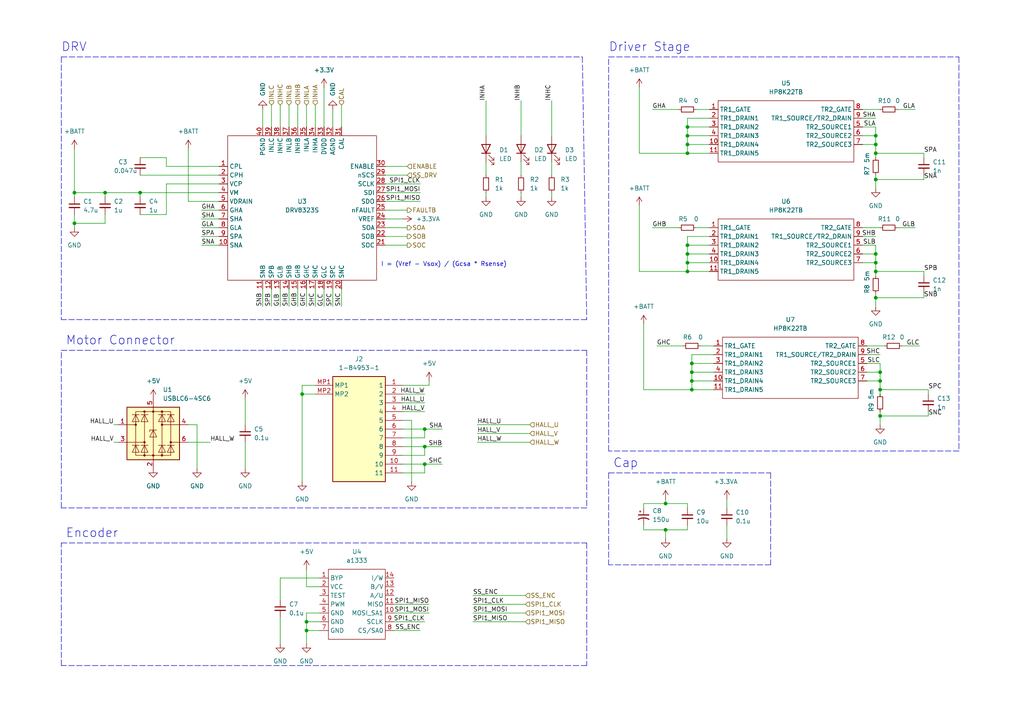
<source format=kicad_sch>
(kicad_sch (version 20211123) (generator eeschema)
  (paper "A4")
  (lib_symbols
    (symbol "+BATT_1" (power) (pin_names (offset 0))
      (property "Value" "+BATT_1" (at 0 3.556 0))
      (symbol "+BATT_1_0_1"
        (polyline (pts (xy -0.762 1.27) (xy 0 2.54)))
        (polyline (pts (xy 0 0) (xy 0 2.54)))
        (polyline (pts (xy 0 2.54) (xy 0.762 1.27)))
      )
      (symbol "+BATT_1_1_1"
        (pin power_in line (at 0 0 90) (length 0) hide (name "+BATT") (number "1"))
      )
    )
    (symbol "Device:C_Polarized_Small_US" (pin_numbers hide) (pin_names (offset 0.254) hide)
      (property "Reference" "C" (at 0.254 1.778 0))
      (property "Value" "C_Polarized_Small_US" (at 0.254 -2.032 0))
      (symbol "C_Polarized_Small_US_0_1"
        (polyline (pts (xy -1.524 0.508) (xy 1.524 0.508)) (stroke (width 0.3048)))
        (polyline (pts (xy -1.27 1.524) (xy -0.762 1.524)))
        (polyline (pts (xy -1.016 1.27) (xy -1.016 1.778)))
        (arc (start 1.524 -0.762) (mid 0 -0.3734) (end -1.524 -0.762) (stroke (width 0.3048)))
      )
      (symbol "C_Polarized_Small_US_1_1"
        (pin passive line (at 0 2.54 270) (length 2.032) (name "~") (number "1"))
        (pin passive line (at 0 -2.54 90) (length 2.032) (name "~") (number "2"))
      )
    )
    (symbol "Device:C_Small" (pin_numbers hide) (pin_names (offset 0.254) hide)
      (property "Reference" "C" (at 0.254 1.778 0))
      (property "Value" "C_Small" (at 0.254 -2.032 0))
      (symbol "C_Small_0_1"
        (polyline (pts (xy -1.524 -0.508) (xy 1.524 -0.508)) (stroke (width 0.3302)))
        (polyline (pts (xy -1.524 0.508) (xy 1.524 0.508)) (stroke (width 0.3048)))
      )
      (symbol "C_Small_1_1"
        (pin passive line (at 0 2.54 270) (length 2.032) (name "~") (number "1"))
        (pin passive line (at 0 -2.54 90) (length 2.032) (name "~") (number "2"))
      )
    )
    (symbol "Device:LED" (pin_numbers hide) (pin_names (offset 1.016) hide)
      (property "Reference" "D" (at 0 2.54 0))
      (property "Value" "LED" (at 0 -2.54 0))
      (symbol "LED_0_1"
        (polyline (pts (xy -1.27 -1.27) (xy -1.27 1.27)) (stroke (width 0.254)))
        (polyline (pts (xy -1.27 0) (xy 1.27 0)))
        (polyline (pts (xy 1.27 -1.27) (xy 1.27 1.27) (xy -1.27 0) (xy 1.27 -1.27)) (stroke (width 0.254)))
        (polyline (pts (xy -3.048 -0.762) (xy -4.572 -2.286) (xy -3.81 -2.286) (xy -4.572 -2.286) (xy -4.572 -1.524)))
        (polyline (pts (xy -1.778 -0.762) (xy -3.302 -2.286) (xy -2.54 -2.286) (xy -3.302 -2.286) (xy -3.302 -1.524)))
      )
      (symbol "LED_1_1"
        (pin passive line (at -3.81 0 0) (length 2.54) (name "K") (number "1"))
        (pin passive line (at 3.81 0 180) (length 2.54) (name "A") (number "2"))
      )
    )
    (symbol "Device:R_Small" (pin_numbers hide) (pin_names (offset 0.254) hide)
      (property "Reference" "R" (at 0.762 0.508 0))
      (property "Value" "R_Small" (at 0.762 -1.016 0))
      (symbol "R_Small_0_1"
        (rectangle (start -0.762 1.778) (end 0.762 -1.778) (stroke (width 0.2032)))
      )
      (symbol "R_Small_1_1"
        (pin passive line (at 0 2.54 270) (length 0.762) (name "~") (number "1"))
        (pin passive line (at 0 -2.54 90) (length 0.762) (name "~") (number "2"))
      )
    )
    (symbol "Power_Protection:USBLC6-4SC6" (pin_names hide)
      (property "Reference" "U" (at 2.54 8.89 0))
      (property "Value" "USBLC6-4SC6" (at 2.54 -8.89 0))
      (symbol "USBLC6-4SC6_0_1"
        (rectangle (start -7.62 -7.62) (end 7.62 7.62) (stroke (width 0.254)) (fill (type background)))
        (circle (center -5.08 2.54) (radius 0.254) (fill (type outline)))
        (circle (center -2.54 -6.35) (radius 0.254) (fill (type outline)))
        (circle (center -2.54 -2.54) (radius 0.254) (fill (type outline)))
        (circle (center -2.54 6.35) (radius 0.254) (fill (type outline)))
        (rectangle (start -2.54 6.35) (end 2.54 -6.35))
        (circle (center 0 -6.35) (radius 0.254) (fill (type outline)))
        (polyline (pts (xy -5.08 2.54) (xy -7.62 2.54)))
        (polyline (pts (xy -4.064 -3.429) (xy -6.096 -3.429)))
        (polyline (pts (xy -4.064 5.461) (xy -6.096 5.461)))
        (polyline (pts (xy -2.54 -2.54) (xy -7.62 -2.54)))
        (polyline (pts (xy -1.524 -3.429) (xy -3.556 -3.429)))
        (polyline (pts (xy -1.524 5.461) (xy -3.556 5.461)))
        (polyline (pts (xy 0 -7.62) (xy 0 -6.35)))
        (polyline (pts (xy 0 -6.35) (xy 0 1.27)))
        (polyline (pts (xy 0 1.27) (xy 0 6.35)))
        (polyline (pts (xy 0 6.35) (xy 0 7.62)))
        (polyline (pts (xy 1.524 -3.429) (xy 3.556 -3.429)))
        (polyline (pts (xy 1.524 5.461) (xy 3.556 5.461)))
        (polyline (pts (xy 2.54 2.54) (xy 7.62 2.54)))
        (polyline (pts (xy 4.064 -3.429) (xy 6.096 -3.429)))
        (polyline (pts (xy 4.064 5.461) (xy 6.096 5.461)))
        (polyline (pts (xy 5.08 -2.54) (xy 7.62 -2.54)))
        (polyline (pts (xy -6.096 -5.461) (xy -4.064 -5.461) (xy -5.08 -3.429) (xy -6.096 -5.461)))
        (polyline (pts (xy -6.096 3.429) (xy -4.064 3.429) (xy -5.08 5.461) (xy -6.096 3.429)))
        (polyline (pts (xy -3.556 -5.461) (xy -1.524 -5.461) (xy -2.54 -3.429) (xy -3.556 -5.461)))
        (polyline (pts (xy -3.556 3.429) (xy -1.524 3.429) (xy -2.54 5.461) (xy -3.556 3.429)))
        (polyline (pts (xy -2.54 6.35) (xy -5.08 6.35) (xy -5.08 -6.35) (xy -2.54 -6.35)))
        (polyline (pts (xy -1.016 -1.016) (xy 1.016 -1.016) (xy 0 1.016) (xy -1.016 -1.016)))
        (polyline (pts (xy 1.016 1.016) (xy 0.762 1.016) (xy -1.016 1.016) (xy -1.016 0.508)))
        (polyline (pts (xy 2.54 6.35) (xy 5.08 6.35) (xy 5.08 -6.35) (xy 2.54 -6.35)))
        (polyline (pts (xy 3.556 -5.461) (xy 1.524 -5.461) (xy 2.54 -3.429) (xy 3.556 -5.461)))
        (polyline (pts (xy 3.556 3.429) (xy 1.524 3.429) (xy 2.54 5.461) (xy 3.556 3.429)))
        (polyline (pts (xy 6.096 -5.461) (xy 4.064 -5.461) (xy 5.08 -3.429) (xy 6.096 -5.461)))
        (polyline (pts (xy 6.096 3.429) (xy 4.064 3.429) (xy 5.08 5.461) (xy 6.096 3.429)))
        (circle (center 0 6.35) (radius 0.254) (fill (type outline)))
        (circle (center 2.54 -6.35) (radius 0.254) (fill (type outline)))
        (circle (center 2.54 2.54) (radius 0.254) (fill (type outline)))
        (circle (center 2.54 6.35) (radius 0.254) (fill (type outline)))
        (circle (center 5.08 -2.54) (radius 0.254) (fill (type outline)))
      )
      (symbol "USBLC6-4SC6_1_1"
        (pin passive line (at -10.16 2.54 0) (length 2.54) (name "I/O1") (number "1"))
        (pin passive line (at 0 -10.16 90) (length 2.54) (name "GND") (number "2"))
        (pin passive line (at -10.16 -2.54 0) (length 2.54) (name "I/O2") (number "3"))
        (pin passive line (at 10.16 2.54 180) (length 2.54) (name "I/O3") (number "4"))
        (pin passive line (at 0 10.16 270) (length 2.54) (name "VBUS") (number "5"))
        (pin passive line (at 10.16 -2.54 180) (length 2.54) (name "I/O4") (number "6"))
      )
    )
    (symbol "bldc_lib:1-84953-1"
      (property "Value" "1-84953-1" (at 0 0 0))
      (symbol "1-84953-1_1_1"
        (rectangle (start -7.62 -2.54) (end 7.62 -33.02) (stroke (width 0.254)) (fill (type background)))
        (pin passive line (at 12.7 -5.08 180) (length 5.08) (name "1") (number "1"))
        (pin passive line (at 12.7 -27.94 180) (length 5.08) (name "10") (number "10"))
        (pin passive line (at 12.7 -30.48 180) (length 5.08) (name "11") (number "11"))
        (pin passive line (at 12.7 -7.62 180) (length 5.08) (name "2") (number "2"))
        (pin passive line (at 12.7 -10.16 180) (length 5.08) (name "3") (number "3"))
        (pin passive line (at 12.7 -12.7 180) (length 5.08) (name "4") (number "4"))
        (pin passive line (at 12.7 -15.24 180) (length 5.08) (name "5") (number "5"))
        (pin passive line (at 12.7 -17.78 180) (length 5.08) (name "6") (number "6"))
        (pin passive line (at 12.7 -20.32 180) (length 5.08) (name "7") (number "7"))
        (pin passive line (at 12.7 -22.86 180) (length 5.08) (name "8") (number "8"))
        (pin passive line (at 12.7 -25.4 180) (length 5.08) (name "9") (number "9"))
        (pin passive line (at -12.7 -5.08 0) (length 5.08) (name "MP1") (number "MP1"))
        (pin passive line (at -12.7 -7.62 0) (length 5.08) (name "MP2") (number "MP2"))
      )
    )
    (symbol "bldc_lib:DRV8323S"
      (property "Reference" "U" (at -2.54 -31.75 0))
      (property "Value" "DRV8323S" (at -2.54 -34.29 0))
      (symbol "DRV8323S_0_1"
        (polyline (pts (xy -22.86 -12.7) (xy 19.05 -12.7) (xy 19.05 -54.61) (xy -24.13 -54.61) (xy -24.13 -12.7) (xy -22.86 -12.7)))
      )
      (symbol "DRV8323S_1_1"
        (pin input line (at -26.67 -21.59 0) (length 2.54) (name "CPL") (number "1"))
        (pin input line (at -26.67 -44.45 0) (length 2.54) (name "SNA") (number "10"))
        (pin input line (at -13.97 -57.15 90) (length 2.54) (name "SNB") (number "11"))
        (pin input line (at -11.43 -57.15 90) (length 2.54) (name "SPB") (number "12"))
        (pin input line (at -8.89 -57.15 90) (length 2.54) (name "GLB") (number "13"))
        (pin input line (at -6.35 -57.15 90) (length 2.54) (name "SHB") (number "14"))
        (pin input line (at -3.81 -57.15 90) (length 2.54) (name "GHB") (number "15"))
        (pin input line (at -1.27 -57.15 90) (length 2.54) (name "GHC") (number "16"))
        (pin input line (at 1.27 -57.15 90) (length 2.54) (name "SHC") (number "17"))
        (pin input line (at 3.81 -57.15 90) (length 2.54) (name "GLC") (number "18"))
        (pin input line (at 6.35 -57.15 90) (length 2.54) (name "SPC") (number "19"))
        (pin input line (at -26.67 -24.13 0) (length 2.54) (name "CPH") (number "2"))
        (pin input line (at 8.89 -57.15 90) (length 2.54) (name "SNC") (number "20"))
        (pin input line (at 21.59 -44.45 180) (length 2.54) (name "SOC") (number "21"))
        (pin input line (at 21.59 -41.91 180) (length 2.54) (name "SOB") (number "22"))
        (pin input line (at 21.59 -39.37 180) (length 2.54) (name "SOA") (number "23"))
        (pin input line (at 21.59 -36.83 180) (length 2.54) (name "VREF") (number "24"))
        (pin input line (at 21.59 -34.29 180) (length 2.54) (name "nFAULT") (number "25"))
        (pin input line (at 21.59 -31.75 180) (length 2.54) (name "SDO") (number "26"))
        (pin input line (at 21.59 -29.21 180) (length 2.54) (name "SDI") (number "27"))
        (pin input line (at 21.59 -26.67 180) (length 2.54) (name "SCLK") (number "28"))
        (pin input line (at 21.59 -24.13 180) (length 2.54) (name "nSCS") (number "29"))
        (pin input line (at -26.67 -26.67 0) (length 2.54) (name "VCP") (number "3"))
        (pin input line (at 21.59 -21.59 180) (length 2.54) (name "ENABLE") (number "30"))
        (pin input line (at 8.89 -10.16 270) (length 2.54) (name "CAL") (number "31"))
        (pin input line (at 6.35 -10.16 270) (length 2.54) (name "AGND") (number "32"))
        (pin input line (at 3.81 -10.16 270) (length 2.54) (name "DVDD") (number "33"))
        (pin input line (at 1.27 -10.16 270) (length 2.54) (name "INHA") (number "34"))
        (pin input line (at -1.27 -10.16 270) (length 2.54) (name "INLA") (number "35"))
        (pin input line (at -3.81 -10.16 270) (length 2.54) (name "INHB") (number "36"))
        (pin input line (at -6.35 -10.16 270) (length 2.54) (name "INLB") (number "37"))
        (pin input line (at -8.89 -10.16 270) (length 2.54) (name "INHC") (number "38"))
        (pin input line (at -11.43 -10.16 270) (length 2.54) (name "INLC") (number "39"))
        (pin input line (at -26.67 -29.21 0) (length 2.54) (name "VM") (number "4"))
        (pin input line (at -13.97 -10.16 270) (length 2.54) (name "PGND") (number "40"))
        (pin input line (at -26.67 -31.75 0) (length 2.54) (name "VDRAIN") (number "5"))
        (pin input line (at -26.67 -34.29 0) (length 2.54) (name "GHA") (number "6"))
        (pin input line (at -26.67 -36.83 0) (length 2.54) (name "SHA") (number "7"))
        (pin input line (at -26.67 -39.37 0) (length 2.54) (name "GLA") (number "8"))
        (pin input line (at -26.67 -41.91 0) (length 2.54) (name "SPA") (number "9"))
      )
    )
    (symbol "bldc_lib:HP8K22TB"
      (property "Reference" "U" (at 0 2.54 0))
      (property "Value" "HP8K22TB" (at 0 0 0))
      (symbol "HP8K22TB_0_1"
        (rectangle (start -19.05 -3.81) (end 20.32 -21.59))
      )
      (symbol "HP8K22TB_1_1"
        (pin input line (at -21.59 -6.35 0) (length 2.54) (name "TR1_GATE") (number "1"))
        (pin input line (at -21.59 -16.51 0) (length 2.54) (name "TR1_DRAIN4") (number "10"))
        (pin input line (at -21.59 -19.05 0) (length 2.54) (name "TR1_DRAIN5") (number "11"))
        (pin input line (at -21.59 -8.89 0) (length 2.54) (name "TR1_DRAIN1") (number "2"))
        (pin input line (at -21.59 -11.43 0) (length 2.54) (name "TR1_DRAIN2") (number "3"))
        (pin input line (at -21.59 -13.97 0) (length 2.54) (name "TR1_DRAIN3") (number "4"))
        (pin input line (at 22.86 -11.43 180) (length 2.54) (name "TR2_SOURCE1") (number "5"))
        (pin input line (at 22.86 -13.97 180) (length 2.54) (name "TR2_SOURCE2") (number "6"))
        (pin input line (at 22.86 -16.51 180) (length 2.54) (name "TR2_SOURCE3") (number "7"))
        (pin input line (at 22.86 -6.35 180) (length 2.54) (name "TR2_GATE") (number "8"))
        (pin input line (at 22.86 -8.89 180) (length 2.54) (name "TR1_SOURCE/TR2_DRAIN") (number "9"))
      )
    )
    (symbol "bldc_lib:a1333"
      (property "Reference" "U" (at 0 2.54 0))
      (property "Value" "a1333" (at 0 0 0))
      (symbol "a1333_0_1"
        (rectangle (start -7.62 -2.54) (end 8.89 -22.86))
      )
      (symbol "a1333_1_1"
        (pin input line (at -10.16 -5.08 0) (length 2.54) (name "BYP") (number "1"))
        (pin input line (at 11.43 -15.24 180) (length 2.54) (name "MOSI_SA1") (number "10"))
        (pin input line (at 11.43 -12.7 180) (length 2.54) (name "MISO") (number "11"))
        (pin input line (at 11.43 -10.16 180) (length 2.54) (name "A/U") (number "12"))
        (pin input line (at 11.43 -7.62 180) (length 2.54) (name "B/V") (number "13"))
        (pin input line (at 11.43 -5.08 180) (length 2.54) (name "I/W") (number "14"))
        (pin input line (at -10.16 -7.62 0) (length 2.54) (name "VCC") (number "2"))
        (pin input line (at -10.16 -10.16 0) (length 2.54) (name "TEST") (number "3"))
        (pin input line (at -10.16 -12.7 0) (length 2.54) (name "PWM") (number "4"))
        (pin input line (at -10.16 -15.24 0) (length 2.54) (name "GND") (number "5"))
        (pin input line (at -10.16 -17.78 0) (length 2.54) (name "GND") (number "6"))
        (pin input line (at -10.16 -20.32 0) (length 2.54) (name "GND") (number "7"))
        (pin input line (at 11.43 -20.32 180) (length 2.54) (name "CS/SA0") (number "8"))
        (pin input line (at 11.43 -17.78 180) (length 2.54) (name "SCLK") (number "9"))
      )
    )
    (symbol "power:+3.3V" (power) (pin_names (offset 0))
      (property "Value" "+3.3V" (at 0 3.556 0))
      (symbol "+3.3V_0_1"
        (polyline (pts (xy -0.762 1.27) (xy 0 2.54)))
        (polyline (pts (xy 0 0) (xy 0 2.54)))
        (polyline (pts (xy 0 2.54) (xy 0.762 1.27)))
      )
      (symbol "+3.3V_1_1"
        (pin power_in line (at 0 0 90) (length 0) hide (name "+3.3V") (number "1"))
      )
    )
    (symbol "power:+3.3VA" (power) (pin_names (offset 0))
      (property "Value" "+3.3VA" (at 0 3.556 0))
      (symbol "+3.3VA_0_1"
        (polyline (pts (xy -0.762 1.27) (xy 0 2.54)))
        (polyline (pts (xy 0 0) (xy 0 2.54)))
        (polyline (pts (xy 0 2.54) (xy 0.762 1.27)))
      )
      (symbol "+3.3VA_1_1"
        (pin power_in line (at 0 0 90) (length 0) hide (name "+3.3VA") (number "1"))
      )
    )
    (symbol "power:+5V" (power) (pin_names (offset 0))
      (property "Value" "+5V" (at 0 3.556 0))
      (symbol "+5V_0_1"
        (polyline (pts (xy -0.762 1.27) (xy 0 2.54)))
        (polyline (pts (xy 0 0) (xy 0 2.54)))
        (polyline (pts (xy 0 2.54) (xy 0.762 1.27)))
      )
      (symbol "+5V_1_1"
        (pin power_in line (at 0 0 90) (length 0) hide (name "+5V") (number "1"))
      )
    )
    (symbol "power:+BATT" (power) (pin_names (offset 0))
      (property "Value" "+BATT" (at 0 3.556 0))
      (symbol "+BATT_0_1"
        (polyline (pts (xy -0.762 1.27) (xy 0 2.54)))
        (polyline (pts (xy 0 0) (xy 0 2.54)))
        (polyline (pts (xy 0 2.54) (xy 0.762 1.27)))
      )
      (symbol "+BATT_1_1"
        (pin power_in line (at 0 0 90) (length 0) hide (name "+BATT") (number "1"))
      )
    )
    (symbol "power:GND" (power) (pin_names (offset 0))
      (property "Value" "GND" (at 0 -3.81 0))
      (symbol "GND_0_1"
        (polyline (pts (xy 0 0) (xy 0 -1.27) (xy 1.27 -1.27) (xy 0 -2.54) (xy -1.27 -1.27) (xy 0 -1.27)))
      )
      (symbol "GND_1_1"
        (pin power_in line (at 0 0 270) (length 0) hide (name "GND") (number "1"))
      )
    )
  )
  (junction (at 254 39.37))
  (junction (at 254 73.66))
  (junction (at 123.19 134.62))
  (junction (at 199.39 39.37))
  (junction (at 254 86.36))
  (junction (at 254 44.45))
  (junction (at 255.27 110.49))
  (junction (at 199.39 36.83))
  (junction (at 87.63 114.3))
  (junction (at 199.39 41.91))
  (junction (at 88.9 182.88))
  (junction (at 199.39 78.74))
  (junction (at 21.59 64.77))
  (junction (at 30.48 55.88))
  (junction (at 254 78.74))
  (junction (at 199.39 76.2))
  (junction (at 123.19 124.46))
  (junction (at 200.66 113.03))
  (junction (at 193.04 146.05))
  (junction (at 254 52.07))
  (junction (at 255.27 113.03))
  (junction (at 199.39 44.45))
  (junction (at 200.66 110.49))
  (junction (at 200.66 107.95))
  (junction (at 200.66 105.41))
  (junction (at 40.64 55.88))
  (junction (at 255.27 120.65))
  (junction (at 254 41.91))
  (junction (at 255.27 107.95))
  (junction (at 88.9 180.34))
  (junction (at 193.04 153.67))
  (junction (at 254 76.2))
  (junction (at 123.19 129.54))
  (junction (at 21.59 55.88))
  (junction (at 199.39 71.12))
  (junction (at 199.39 73.66))
  (wire (pts (xy 87.63 114.3) (xy 87.63 139.7)))
  (wire (pts (xy 119.38 121.92) (xy 119.38 139.7)))
  (wire (pts (xy 87.63 114.3) (xy 91.44 114.3)))
  (wire (pts (xy 254 52.07) (xy 267.97 52.07)))
  (wire (pts (xy 116.84 121.92) (xy 119.38 121.92)))
  (wire (pts (xy 123.19 119.38) (xy 116.84 119.38)))
  (wire (pts (xy 199.39 153.67) (xy 193.04 153.67)))
  (wire (pts (xy 30.48 62.23) (xy 30.48 64.77)))
  (wire (pts (xy 199.39 41.91) (xy 205.74 41.91)))
  (wire (pts (xy 71.12 115.57) (xy 71.12 123.19)))
  (wire (pts (xy 86.36 83.82) (xy 86.36 88.9)))
  (wire (pts (xy 255.27 113.03) (xy 255.27 114.3)))
  (wire (pts (xy 40.64 55.88) (xy 40.64 57.15)))
  (wire (pts (xy 116.84 127) (xy 123.19 127)))
  (wire (pts (xy 201.93 31.75) (xy 205.74 31.75)))
  (wire (pts (xy 111.76 58.42) (xy 121.92 58.42)))
  (wire (pts (xy 71.12 128.27) (xy 71.12 135.89)))
  (polyline (pts (xy 176.53 137.16) (xy 176.53 163.83)))
  (wire (pts (xy 116.84 124.46) (xy 123.19 124.46)))
  (wire (pts (xy 267.97 50.8) (xy 267.97 52.07)))
  (polyline (pts (xy 223.52 163.83) (xy 176.53 163.83)))
  (wire (pts (xy 91.44 83.82) (xy 91.44 88.9)))
  (wire (pts (xy 200.66 105.41) (xy 207.01 105.41)))
  (wire (pts (xy 88.9 170.18) (xy 92.71 170.18)))
  (wire (pts (xy 116.84 132.08) (xy 123.19 132.08)))
  (wire (pts (xy 199.39 76.2) (xy 205.74 76.2)))
  (polyline (pts (xy 176.53 137.16) (xy 223.52 137.16)))
  (wire (pts (xy 199.39 44.45) (xy 205.74 44.45)))
  (polyline (pts (xy 176.53 16.51) (xy 278.13 16.51)))
  (wire (pts (xy 123.19 129.54) (xy 128.27 129.54)))
  (polyline (pts (xy 17.78 147.32) (xy 17.78 101.6)))
  (wire (pts (xy 91.44 30.48) (xy 91.44 36.83)))
  (wire (pts (xy 254 85.09) (xy 254 86.36)))
  (wire (pts (xy 199.39 152.4) (xy 199.39 153.67)))
  (wire (pts (xy 151.13 57.15) (xy 151.13 55.88)))
  (polyline (pts (xy 17.78 16.51) (xy 168.91 16.51)))
  (wire (pts (xy 116.84 137.16) (xy 123.19 137.16)))
  (wire (pts (xy 111.76 55.88) (xy 121.92 55.88)))
  (wire (pts (xy 48.26 53.34) (xy 63.5 53.34)))
  (wire (pts (xy 186.69 93.98) (xy 186.69 113.03)))
  (wire (pts (xy 199.39 39.37) (xy 205.74 39.37)))
  (wire (pts (xy 140.97 29.21) (xy 140.97 39.37)))
  (wire (pts (xy 91.44 111.76) (xy 87.63 111.76)))
  (wire (pts (xy 205.74 34.29) (xy 199.39 34.29)))
  (wire (pts (xy 88.9 180.34) (xy 92.71 180.34)))
  (polyline (pts (xy 17.78 157.48) (xy 170.18 157.48)))
  (wire (pts (xy 86.36 30.48) (xy 86.36 36.83)))
  (wire (pts (xy 30.48 57.15) (xy 30.48 55.88)))
  (wire (pts (xy 199.39 71.12) (xy 205.74 71.12)))
  (wire (pts (xy 254 44.45) (xy 267.97 44.45)))
  (wire (pts (xy 121.92 182.88) (xy 114.3 182.88)))
  (wire (pts (xy 57.15 135.89) (xy 57.15 123.19)))
  (wire (pts (xy 78.74 83.82) (xy 78.74 88.9)))
  (wire (pts (xy 88.9 30.48) (xy 88.9 36.83)))
  (polyline (pts (xy 17.78 16.51) (xy 17.78 92.71)))
  (wire (pts (xy 48.26 48.26) (xy 63.5 48.26)))
  (wire (pts (xy 266.7 100.33) (xy 261.62 100.33)))
  (wire (pts (xy 254 44.45) (xy 254 45.72)))
  (wire (pts (xy 33.02 128.27) (xy 34.29 128.27)))
  (wire (pts (xy 250.19 73.66) (xy 254 73.66)))
  (wire (pts (xy 250.19 39.37) (xy 254 39.37)))
  (wire (pts (xy 96.52 31.75) (xy 96.52 36.83)))
  (wire (pts (xy 111.76 68.58) (xy 118.11 68.58)))
  (wire (pts (xy 254 78.74) (xy 254 80.01)))
  (wire (pts (xy 193.04 153.67) (xy 186.69 153.67)))
  (wire (pts (xy 254 41.91) (xy 254 44.45)))
  (wire (pts (xy 111.76 48.26) (xy 118.11 48.26)))
  (wire (pts (xy 185.42 44.45) (xy 199.39 44.45)))
  (wire (pts (xy 123.19 114.3) (xy 116.84 114.3)))
  (wire (pts (xy 193.04 144.78) (xy 193.04 146.05)))
  (wire (pts (xy 254 36.83) (xy 254 39.37)))
  (wire (pts (xy 199.39 71.12) (xy 199.39 73.66)))
  (wire (pts (xy 254 52.07) (xy 254 54.61)))
  (wire (pts (xy 137.16 172.72) (xy 152.4 172.72)))
  (wire (pts (xy 254 34.29) (xy 250.19 34.29)))
  (wire (pts (xy 186.69 113.03) (xy 200.66 113.03)))
  (wire (pts (xy 269.24 119.38) (xy 269.24 120.65)))
  (wire (pts (xy 111.76 63.5) (xy 116.84 63.5)))
  (wire (pts (xy 124.46 177.8) (xy 114.3 177.8)))
  (wire (pts (xy 92.71 167.64) (xy 81.28 167.64)))
  (wire (pts (xy 76.2 83.82) (xy 76.2 88.9)))
  (wire (pts (xy 189.23 66.04) (xy 196.85 66.04)))
  (polyline (pts (xy 176.53 130.81) (xy 176.53 16.51)))
  (wire (pts (xy 58.42 66.04) (xy 63.5 66.04)))
  (wire (pts (xy 88.9 182.88) (xy 88.9 180.34)))
  (wire (pts (xy 58.42 71.12) (xy 63.5 71.12)))
  (wire (pts (xy 193.04 146.05) (xy 199.39 146.05)))
  (wire (pts (xy 255.27 102.87) (xy 251.46 102.87)))
  (wire (pts (xy 54.61 58.42) (xy 63.5 58.42)))
  (wire (pts (xy 54.61 128.27) (xy 60.96 128.27)))
  (wire (pts (xy 123.19 116.84) (xy 116.84 116.84)))
  (wire (pts (xy 40.64 62.23) (xy 48.26 62.23)))
  (wire (pts (xy 81.28 167.64) (xy 81.28 173.99)))
  (wire (pts (xy 200.66 113.03) (xy 207.01 113.03)))
  (wire (pts (xy 138.43 125.73) (xy 153.67 125.73)))
  (wire (pts (xy 124.46 110.49) (xy 124.46 111.76)))
  (wire (pts (xy 48.26 62.23) (xy 48.26 53.34)))
  (wire (pts (xy 30.48 64.77) (xy 21.59 64.77)))
  (wire (pts (xy 267.97 78.74) (xy 267.97 80.01)))
  (wire (pts (xy 76.2 31.75) (xy 76.2 36.83)))
  (wire (pts (xy 88.9 186.69) (xy 88.9 182.88)))
  (wire (pts (xy 200.66 107.95) (xy 200.66 110.49)))
  (wire (pts (xy 111.76 50.8) (xy 118.11 50.8)))
  (wire (pts (xy 251.46 100.33) (xy 256.54 100.33)))
  (wire (pts (xy 254 76.2) (xy 254 78.74)))
  (wire (pts (xy 111.76 71.12) (xy 118.11 71.12)))
  (wire (pts (xy 250.19 66.04) (xy 255.27 66.04)))
  (wire (pts (xy 58.42 60.96) (xy 63.5 60.96)))
  (wire (pts (xy 193.04 153.67) (xy 193.04 156.21)))
  (wire (pts (xy 255.27 119.38) (xy 255.27 120.65)))
  (wire (pts (xy 137.16 175.26) (xy 152.4 175.26)))
  (wire (pts (xy 83.82 30.48) (xy 83.82 36.83)))
  (wire (pts (xy 267.97 85.09) (xy 267.97 86.36)))
  (wire (pts (xy 199.39 36.83) (xy 199.39 39.37)))
  (wire (pts (xy 254 78.74) (xy 267.97 78.74)))
  (wire (pts (xy 203.2 100.33) (xy 207.01 100.33)))
  (polyline (pts (xy 170.18 101.6) (xy 170.18 147.32)))
  (wire (pts (xy 116.84 129.54) (xy 123.19 129.54)))
  (wire (pts (xy 199.39 68.58) (xy 199.39 71.12)))
  (wire (pts (xy 138.43 128.27) (xy 153.67 128.27)))
  (wire (pts (xy 207.01 102.87) (xy 200.66 102.87)))
  (wire (pts (xy 78.74 30.48) (xy 78.74 36.83)))
  (polyline (pts (xy 17.78 193.04) (xy 17.78 157.48)))
  (polyline (pts (xy 170.18 147.32) (xy 17.78 147.32)))
  (wire (pts (xy 123.19 137.16) (xy 123.19 134.62)))
  (wire (pts (xy 63.5 55.88) (xy 40.64 55.88)))
  (wire (pts (xy 199.39 39.37) (xy 199.39 41.91)))
  (wire (pts (xy 186.69 153.67) (xy 186.69 152.4)))
  (wire (pts (xy 199.39 76.2) (xy 199.39 78.74)))
  (wire (pts (xy 48.26 45.72) (xy 48.26 48.26)))
  (polyline (pts (xy 223.52 137.16) (xy 223.52 163.83)))
  (wire (pts (xy 185.42 25.4) (xy 185.42 44.45)))
  (wire (pts (xy 99.06 83.82) (xy 99.06 88.9)))
  (wire (pts (xy 210.82 152.4) (xy 210.82 156.21)))
  (wire (pts (xy 138.43 123.19) (xy 153.67 123.19)))
  (wire (pts (xy 250.19 41.91) (xy 254 41.91)))
  (wire (pts (xy 137.16 180.34) (xy 152.4 180.34)))
  (polyline (pts (xy 170.18 193.04) (xy 17.78 193.04)))
  (wire (pts (xy 199.39 34.29) (xy 199.39 36.83)))
  (wire (pts (xy 151.13 46.99) (xy 151.13 50.8)))
  (wire (pts (xy 185.42 59.69) (xy 185.42 78.74)))
  (wire (pts (xy 58.42 63.5) (xy 63.5 63.5)))
  (wire (pts (xy 250.19 36.83) (xy 254 36.83)))
  (wire (pts (xy 160.02 46.99) (xy 160.02 50.8)))
  (wire (pts (xy 93.98 83.82) (xy 93.98 88.9)))
  (wire (pts (xy 185.42 78.74) (xy 199.39 78.74)))
  (wire (pts (xy 251.46 107.95) (xy 255.27 107.95)))
  (wire (pts (xy 200.66 110.49) (xy 200.66 113.03)))
  (wire (pts (xy 255.27 110.49) (xy 255.27 113.03)))
  (wire (pts (xy 267.97 44.45) (xy 267.97 45.72)))
  (wire (pts (xy 123.19 127) (xy 123.19 124.46)))
  (wire (pts (xy 189.23 31.75) (xy 196.85 31.75)))
  (wire (pts (xy 200.66 110.49) (xy 207.01 110.49)))
  (wire (pts (xy 201.93 66.04) (xy 205.74 66.04)))
  (wire (pts (xy 210.82 147.32) (xy 210.82 144.78)))
  (wire (pts (xy 186.69 146.05) (xy 193.04 146.05)))
  (wire (pts (xy 265.43 31.75) (xy 260.35 31.75)))
  (wire (pts (xy 255.27 105.41) (xy 255.27 107.95)))
  (wire (pts (xy 250.19 76.2) (xy 254 76.2)))
  (wire (pts (xy 200.66 105.41) (xy 200.66 107.95)))
  (wire (pts (xy 265.43 66.04) (xy 260.35 66.04)))
  (wire (pts (xy 123.19 134.62) (xy 128.27 134.62)))
  (wire (pts (xy 93.98 25.4) (xy 93.98 36.83)))
  (wire (pts (xy 88.9 83.82) (xy 88.9 88.9)))
  (wire (pts (xy 21.59 64.77) (xy 21.59 66.04)))
  (wire (pts (xy 124.46 175.26) (xy 114.3 175.26)))
  (wire (pts (xy 199.39 73.66) (xy 199.39 76.2)))
  (wire (pts (xy 254 73.66) (xy 254 76.2)))
  (wire (pts (xy 88.9 177.8) (xy 92.71 177.8)))
  (polyline (pts (xy 278.13 130.81) (xy 176.53 130.81)))
  (wire (pts (xy 205.74 68.58) (xy 199.39 68.58)))
  (wire (pts (xy 40.64 45.72) (xy 48.26 45.72)))
  (wire (pts (xy 254 86.36) (xy 254 88.9)))
  (wire (pts (xy 254 68.58) (xy 250.19 68.58)))
  (wire (pts (xy 251.46 110.49) (xy 255.27 110.49)))
  (wire (pts (xy 255.27 107.95) (xy 255.27 110.49)))
  (wire (pts (xy 199.39 41.91) (xy 199.39 44.45)))
  (wire (pts (xy 137.16 177.8) (xy 152.4 177.8)))
  (wire (pts (xy 111.76 60.96) (xy 118.11 60.96)))
  (polyline (pts (xy 278.13 16.51) (xy 278.13 130.81)))
  (wire (pts (xy 200.66 107.95) (xy 207.01 107.95)))
  (wire (pts (xy 160.02 57.15) (xy 160.02 55.88)))
  (wire (pts (xy 123.19 124.46) (xy 128.27 124.46)))
  (polyline (pts (xy 170.18 92.71) (xy 17.78 92.71)))
  (wire (pts (xy 83.82 83.82) (xy 83.82 88.9)))
  (wire (pts (xy 40.64 50.8) (xy 63.5 50.8)))
  (wire (pts (xy 87.63 111.76) (xy 87.63 114.3)))
  (wire (pts (xy 54.61 58.42) (xy 54.61 43.18)))
  (wire (pts (xy 124.46 111.76) (xy 116.84 111.76)))
  (wire (pts (xy 254 50.8) (xy 254 52.07)))
  (polyline (pts (xy 168.91 16.51) (xy 170.18 92.71)))
  (wire (pts (xy 96.52 83.82) (xy 96.52 88.9)))
  (wire (pts (xy 30.48 55.88) (xy 40.64 55.88)))
  (wire (pts (xy 186.69 147.32) (xy 186.69 146.05)))
  (wire (pts (xy 33.02 123.19) (xy 34.29 123.19)))
  (wire (pts (xy 250.19 71.12) (xy 254 71.12)))
  (wire (pts (xy 190.5 100.33) (xy 198.12 100.33)))
  (wire (pts (xy 88.9 180.34) (xy 88.9 177.8)))
  (wire (pts (xy 199.39 36.83) (xy 205.74 36.83)))
  (wire (pts (xy 81.28 83.82) (xy 81.28 88.9)))
  (wire (pts (xy 21.59 55.88) (xy 21.59 57.15)))
  (wire (pts (xy 160.02 29.21) (xy 160.02 39.37)))
  (wire (pts (xy 255.27 120.65) (xy 269.24 120.65)))
  (wire (pts (xy 151.13 29.21) (xy 151.13 39.37)))
  (wire (pts (xy 116.84 134.62) (xy 123.19 134.62)))
  (wire (pts (xy 254 86.36) (xy 267.97 86.36)))
  (wire (pts (xy 255.27 113.03) (xy 269.24 113.03)))
  (wire (pts (xy 58.42 68.58) (xy 63.5 68.58)))
  (wire (pts (xy 21.59 55.88) (xy 30.48 55.88)))
  (wire (pts (xy 140.97 46.99) (xy 140.97 50.8)))
  (wire (pts (xy 99.06 30.48) (xy 99.06 36.83)))
  (wire (pts (xy 81.28 179.07) (xy 81.28 186.69)))
  (wire (pts (xy 21.59 62.23) (xy 21.59 64.77)))
  (wire (pts (xy 269.24 113.03) (xy 269.24 114.3)))
  (wire (pts (xy 123.19 132.08) (xy 123.19 129.54)))
  (polyline (pts (xy 170.18 157.48) (xy 170.18 193.04)))
  (wire (pts (xy 254 71.12) (xy 254 73.66)))
  (wire (pts (xy 88.9 182.88) (xy 92.71 182.88)))
  (polyline (pts (xy 17.78 101.6) (xy 170.18 101.6)))
  (wire (pts (xy 254 39.37) (xy 254 41.91)))
  (wire (pts (xy 251.46 105.41) (xy 255.27 105.41)))
  (wire (pts (xy 199.39 146.05) (xy 199.39 147.32)))
  (wire (pts (xy 111.76 53.34) (xy 121.92 53.34)))
  (wire (pts (xy 250.19 31.75) (xy 255.27 31.75)))
  (wire (pts (xy 140.97 57.15) (xy 140.97 55.88)))
  (wire (pts (xy 21.59 43.18) (xy 21.59 55.88)))
  (wire (pts (xy 88.9 165.1) (xy 88.9 170.18)))
  (wire (pts (xy 111.76 66.04) (xy 118.11 66.04)))
  (wire (pts (xy 54.61 123.19) (xy 57.15 123.19)))
  (wire (pts (xy 199.39 78.74) (xy 205.74 78.74)))
  (wire (pts (xy 81.28 30.48) (xy 81.28 36.83)))
  (wire (pts (xy 123.19 180.34) (xy 114.3 180.34)))
  (wire (pts (xy 199.39 73.66) (xy 205.74 73.66)))
  (wire (pts (xy 255.27 120.65) (xy 255.27 123.19)))
  (wire (pts (xy 200.66 102.87) (xy 200.66 105.41)))
  (text "Driver Stage" (at 176.53 15.24 0) (effects (font (size 2.54 2.54)) (justify left bottom)))
  (text "DRV" (at 17.78 15.24 0) (effects (font (size 2.54 2.54)) (justify left bottom)))
  (text "Motor Connector" (at 19.05 100.33 0) (effects (font (size 2.54 2.54)) (justify left bottom)))
  (text "Cap" (at 177.8 135.89 0) (effects (font (size 2.54 2.54)) (justify left bottom)))
  (text "Encoder" (at 19.05 156.21 0) (effects (font (size 2.54 2.54)) (justify left bottom)))
  (text "I = (Vref - Vsox) / (Gcsa * Rsense)" (at 110.49 77.47 0) (effects (font (size 1.27 1.27)) (justify left bottom)))
  (label "HALL_U" (at 123.19 116.84 180))
  (label "SPA" (at 267.97 44.45 0))
  (label "SPI1_CLK" (at 121.92 53.34 180))
  (label "SPC" (at 96.52 88.9 90))
  (label "GLC" (at 93.98 88.9 90))
  (label "SHC" (at 91.44 88.9 90))
  (label "SHB" (at 128.27 129.54 180))
  (label "SPI1_MISO" (at 121.92 58.42 180))
  (label "SNB" (at 76.2 88.9 90))
  (label "SPA" (at 58.42 68.58 0))
  (label "SHC" (at 255.27 102.87 180))
  (label "SNC" (at 269.24 120.65 0))
  (label "INHA" (at 140.97 29.21 90))
  (label "SPI1_CLK" (at 123.19 180.34 180))
  (label "SLC" (at 255.27 105.41 180))
  (label "GHA" (at 189.23 31.75 0))
  (label "HALL_W" (at 60.96 128.27 0))
  (label "HALL_V" (at 138.43 125.73 0))
  (label "SPI1_MOSI" (at 121.92 55.88 180))
  (label "SHA" (at 128.27 124.46 180))
  (label "GLA" (at 265.43 31.75 180))
  (label "SLA" (at 254 36.83 180))
  (label "GLC" (at 266.7 100.33 180))
  (label "SHB" (at 254 68.58 180))
  (label "HALL_V" (at 33.02 128.27 180))
  (label "GLA" (at 58.42 66.04 0))
  (label "SPI1_MISO" (at 137.16 180.34 0))
  (label "GLB" (at 265.43 66.04 180))
  (label "GHB" (at 86.36 88.9 90))
  (label "SNC" (at 99.06 88.9 90))
  (label "GHA" (at 58.42 60.96 0))
  (label "INHC" (at 160.02 29.21 90))
  (label "SPB" (at 267.97 78.74 0))
  (label "SS_ENC" (at 137.16 172.72 0))
  (label "SPI1_MOSI" (at 137.16 177.8 0))
  (label "SPI1_MOSI" (at 124.46 177.8 180))
  (label "SS_ENC" (at 121.92 182.88 180))
  (label "SPI1_CLK" (at 137.16 175.26 0))
  (label "GHC" (at 190.5 100.33 0))
  (label "HALL_W" (at 138.43 128.27 0))
  (label "SPC" (at 269.24 113.03 0))
  (label "SNA" (at 58.42 71.12 0))
  (label "GLB" (at 81.28 88.9 90))
  (label "HALL_W" (at 123.19 114.3 180))
  (label "SHA" (at 58.42 63.5 0))
  (label "SHA" (at 254 34.29 180))
  (label "SPB" (at 78.74 88.9 90))
  (label "GHC" (at 88.9 88.9 90))
  (label "GHB" (at 189.23 66.04 0))
  (label "SNB" (at 267.97 86.36 0))
  (label "HALL_U" (at 138.43 123.19 0))
  (label "HALL_V" (at 123.19 119.38 180))
  (label "HALL_U" (at 33.02 123.19 180))
  (label "SNA" (at 267.97 52.07 0))
  (label "INHB" (at 151.13 29.21 90))
  (label "SHB" (at 83.82 88.9 90))
  (label "SPI1_MISO" (at 124.46 175.26 180))
  (label "SLB" (at 254 71.12 180))
  (label "SHC" (at 128.27 134.62 180))
  (hierarchical_label "SPI1_MISO" (shape input) (at 152.4 180.34 0))
  (hierarchical_label "ENABLE" (shape input) (at 118.11 48.26 0))
  (hierarchical_label "INLC" (shape input) (at 78.74 30.48 90))
  (hierarchical_label "CAL" (shape input) (at 99.06 30.48 90))
  (hierarchical_label "SS_DRV" (shape input) (at 118.11 50.8 0))
  (hierarchical_label "HALL_V" (shape input) (at 153.67 125.73 0))
  (hierarchical_label "SOC" (shape output) (at 118.11 71.12 0))
  (hierarchical_label "HALL_U" (shape input) (at 153.67 123.19 0))
  (hierarchical_label "FAULTB" (shape output) (at 118.11 60.96 0))
  (hierarchical_label "SOB" (shape output) (at 118.11 68.58 0))
  (hierarchical_label "HALL_W" (shape input) (at 153.67 128.27 0))
  (hierarchical_label "SPI1_MOSI" (shape input) (at 152.4 177.8 0))
  (hierarchical_label "SOA" (shape output) (at 118.11 66.04 0))
  (hierarchical_label "SS_ENC" (shape input) (at 152.4 172.72 0))
  (hierarchical_label "INHB" (shape input) (at 86.36 30.48 90))
  (hierarchical_label "SPI1_CLK" (shape input) (at 152.4 175.26 0))
  (hierarchical_label "INHC" (shape input) (at 81.28 30.48 90))
  (hierarchical_label "INHA" (shape input) (at 91.44 30.48 90))
  (hierarchical_label "INLB" (shape input) (at 83.82 30.48 90))
  (hierarchical_label "INLA" (shape input) (at 88.9 30.48 90))
  (symbol (lib_id "Device:R_Small") (at 254 82.55 180) (unit 1)
    (property "Reference" "R8" (at 251.46 83.82 90))
    (property "Value" "5m" (at 251.46 80.01 90))
    (property "Footprint" "Resistor_SMD:R_2010_5025Metric_Pad1.40x2.65mm_HandSolder" (effects hide))
  )
  (symbol (lib_id "power:+BATT") (at 21.59 43.18 0) (unit 1)
    (property "Reference" "#PWR03" (effects hide))
    (property "Value" "+BATT" (at 21.59 38.1 0))
  )
  (symbol (lib_id "power:GND") (at 254 54.61 0) (unit 1)
    (property "Reference" "#PWR035" (effects hide))
    (property "Value" "GND" (at 254 59.69 0))
  )
  (symbol (lib_id "Device:R_Small") (at 257.81 66.04 90) (unit 1)
    (property "Reference" "R11" (at 256.54 63.5 90))
    (property "Value" "0" (at 260.35 63.5 90))
    (property "Footprint" "Resistor_SMD:R_0805_2012Metric_Pad1.20x1.40mm_HandSolder" (effects hide))
  )
  (symbol (lib_id "Device:C_Small") (at 81.28 176.53 0) (unit 1)
    (property "Reference" "C7" (at 83.82 175.2662 0) (effects (justify left)))
    (property "Value" "0.1u" (at 83.82 177.8062 0) (effects (justify left)))
    (property "Footprint" "Capacitor_SMD:C_0603_1608Metric_Pad1.08x0.95mm_HandSolder" (effects hide))
  )
  (symbol (lib_id "power:GND") (at 254 88.9 0) (unit 1)
    (property "Reference" "#PWR036" (effects hide))
    (property "Value" "GND" (at 254 93.98 0))
  )
  (symbol (lib_id "Device:C_Small") (at 267.97 48.26 0) (unit 1)
    (property "Reference" "C11" (at 270.51 46.9962 0) (effects (justify left)))
    (property "Value" "1n" (at 270.51 49.5362 0) (effects (justify left)))
    (property "Footprint" "Capacitor_SMD:C_0402_1005Metric_Pad0.74x0.62mm_HandSolder" (effects hide))
  )
  (symbol (lib_id "Device:C_Small") (at 30.48 59.69 0) (unit 1)
    (property "Reference" "C2" (at 33.02 58.4262 0) (effects (justify left)))
    (property "Value" "1u" (at 33.02 60.9662 0) (effects (justify left)))
    (property "Footprint" "Capacitor_SMD:C_0603_1608Metric_Pad1.08x0.95mm_HandSolder" (effects hide))
  )
  (symbol (lib_id "power:GND") (at 88.9 186.69 0) (unit 1)
    (property "Reference" "#PWR019" (effects hide))
    (property "Value" "GND" (at 88.9 191.77 0))
  )
  (symbol (lib_id "power:+5V") (at 44.45 115.57 0) (unit 1)
    (property "Reference" "#PWR05" (effects hide))
    (property "Value" "+5V" (at 44.45 110.49 0))
  )
  (symbol (lib_id "Device:C_Small") (at 71.12 125.73 0) (unit 1)
    (property "Reference" "C5" (at 73.66 124.4662 0) (effects (justify left)))
    (property "Value" "0.1u" (at 73.66 127.0062 0) (effects (justify left)))
    (property "Footprint" "Capacitor_SMD:C_0603_1608Metric_Pad1.08x0.95mm_HandSolder" (effects hide))
  )
  (symbol (lib_id "Device:LED") (at 140.97 43.18 90) (unit 1)
    (property "Reference" "D1" (at 144.78 43.4974 90) (effects (justify right)))
    (property "Value" "LED" (at 144.78 46.0374 90) (effects (justify right)))
    (property "Footprint" "LED_SMD:LED_0603_1608Metric_Pad1.05x0.95mm_HandSolder" (effects hide))
  )
  (symbol (lib_id "bldc_lib:HP8K22TB") (at 227.33 59.69 0) (unit 1)
    (property "Reference" "U6" (at 227.965 58.42 0))
    (property "Value" "HP8K22TB" (at 227.965 60.96 0))
    (property "Footprint" "bldc_lib:HP8K24TB" (effects hide))
  )
  (symbol (lib_id "Device:C_Small") (at 210.82 149.86 0) (unit 1)
    (property "Reference" "C10" (at 213.36 148.5962 0) (effects (justify left)))
    (property "Value" "0.1u" (at 213.36 151.1362 0) (effects (justify left)))
    (property "Footprint" "Capacitor_SMD:C_0402_1005Metric_Pad0.74x0.62mm_HandSolder" (effects hide))
  )
  (symbol (lib_id "power:GND") (at 44.45 135.89 0) (unit 1)
    (property "Reference" "#PWR06" (effects hide))
    (property "Value" "GND" (at 44.45 140.97 0))
  )
  (symbol (lib_id "power:GND") (at 96.52 31.75 180) (unit 1)
    (property "Reference" "#PWR021" (effects hide))
    (property "Value" "GND" (at 96.52 27.94 90) (effects (justify right)))
  )
  (symbol (lib_id "Device:R_Small") (at 259.08 100.33 90) (unit 1)
    (property "Reference" "R12" (at 257.81 97.79 90))
    (property "Value" "0" (at 261.62 97.79 90))
    (property "Footprint" "Resistor_SMD:R_0805_2012Metric_Pad1.20x1.40mm_HandSolder" (effects hide))
  )
  (symbol (lib_id "power:+3.3V") (at 93.98 25.4 0) (unit 1)
    (property "Reference" "#PWR020" (effects hide))
    (property "Value" "+3.3V" (at 93.98 20.32 0))
  )
  (symbol (lib_id "power:GND") (at 57.15 135.89 0) (unit 1)
    (property "Reference" "#PWR010" (effects hide))
    (property "Value" "GND" (at 57.15 140.97 0))
  )
  (symbol (lib_id "Device:R_Small") (at 199.39 31.75 90) (unit 1)
    (property "Reference" "R4" (at 198.12 29.21 90))
    (property "Value" "0" (at 201.93 29.21 90))
    (property "Footprint" "Resistor_SMD:R_0805_2012Metric_Pad1.20x1.40mm_HandSolder" (effects hide))
  )
  (symbol (lib_id "power:GND") (at 210.82 156.21 0) (unit 1)
    (property "Reference" "#PWR034" (effects hide))
    (property "Value" "GND" (at 210.82 161.29 0))
  )
  (symbol (lib_id "Device:C_Small") (at 267.97 82.55 0) (unit 1)
    (property "Reference" "C12" (at 270.51 81.2862 0) (effects (justify left)))
    (property "Value" "1n" (at 270.51 83.8262 0) (effects (justify left)))
    (property "Footprint" "Capacitor_SMD:C_0402_1005Metric_Pad0.74x0.62mm_HandSolder" (effects hide))
  )
  (symbol (lib_id "power:+5V") (at 71.12 115.57 0) (unit 1)
    (property "Reference" "#PWR011" (effects hide))
    (property "Value" "+5V" (at 71.12 110.49 0))
  )
  (symbol (lib_id "power:GND") (at 87.63 139.7 0) (unit 1)
    (property "Reference" "#PWR017" (effects hide))
    (property "Value" "GND" (at 87.63 144.78 0))
  )
  (symbol (lib_id "Device:C_Small") (at 269.24 116.84 0) (unit 1)
    (property "Reference" "C13" (at 271.78 115.5762 0) (effects (justify left)))
    (property "Value" "1n" (at 271.78 118.1162 0) (effects (justify left)))
    (property "Footprint" "Capacitor_SMD:C_0402_1005Metric_Pad0.74x0.62mm_HandSolder" (effects hide))
  )
  (symbol (lib_id "Device:R_Small") (at 151.13 53.34 0) (unit 1)
    (property "Reference" "R2" (at 153.67 52.0699 0) (effects (justify left)))
    (property "Value" "1k" (at 153.67 54.6099 0) (effects (justify left)))
    (property "Footprint" "Resistor_SMD:R_0402_1005Metric_Pad0.72x0.64mm_HandSolder" (effects hide))
  )
  (symbol (lib_name "+BATT_1") (lib_id "power:+BATT") (at 185.42 59.69 0) (unit 1)
    (property "Reference" "#PWR029" (effects hide))
    (property "Value" "+BATT" (at 185.42 54.61 0))
  )
  (symbol (lib_name "+BATT_1") (lib_id "power:+BATT") (at 193.04 144.78 0) (unit 1)
    (property "Reference" "#PWR031" (effects hide))
    (property "Value" "+BATT" (at 193.04 139.7 0))
  )
  (symbol (lib_id "power:GND") (at 81.28 186.69 0) (unit 1)
    (property "Reference" "#PWR016" (effects hide))
    (property "Value" "GND" (at 81.28 191.77 0))
  )
  (symbol (lib_id "power:GND") (at 71.12 135.89 0) (unit 1)
    (property "Reference" "#PWR012" (effects hide))
    (property "Value" "GND" (at 71.12 140.97 0))
  )
  (symbol (lib_id "power:GND") (at 160.02 57.15 0) (unit 1)
    (property "Reference" "#PWR027" (effects hide))
    (property "Value" "GND" (at 160.02 62.23 0))
  )
  (symbol (lib_id "Device:C_Small") (at 40.64 59.69 0) (unit 1)
    (property "Reference" "C4" (at 43.18 58.4262 0) (effects (justify left)))
    (property "Value" "1u" (at 43.18 60.9662 0) (effects (justify left)))
    (property "Footprint" "Capacitor_SMD:C_0603_1608Metric_Pad1.08x0.95mm_HandSolder" (effects hide))
  )
  (symbol (lib_id "bldc_lib:HP8K22TB") (at 228.6 93.98 0) (unit 1)
    (property "Reference" "U7" (at 229.235 92.71 0))
    (property "Value" "HP8K22TB" (at 229.235 95.25 0))
    (property "Footprint" "bldc_lib:HP8K24TB" (effects hide))
  )
  (symbol (lib_id "Device:C_Small") (at 40.64 48.26 0) (unit 1)
    (property "Reference" "C3" (at 34.29 46.99 0) (effects (justify left)))
    (property "Value" "0.047u" (at 33.02 49.53 0) (effects (justify left)))
    (property "Footprint" "Capacitor_SMD:C_0603_1608Metric_Pad1.08x0.95mm_HandSolder" (effects hide))
  )
  (symbol (lib_id "Device:LED") (at 151.13 43.18 90) (unit 1)
    (property "Reference" "D2" (at 154.94 43.4974 90) (effects (justify right)))
    (property "Value" "LED" (at 154.94 46.0374 90) (effects (justify right)))
    (property "Footprint" "LED_SMD:LED_0603_1608Metric_Pad1.05x0.95mm_HandSolder" (effects hide))
  )
  (symbol (lib_id "power:GND") (at 76.2 31.75 180) (unit 1)
    (property "Reference" "#PWR015" (effects hide))
    (property "Value" "GND" (at 76.2 27.94 90) (effects (justify right)))
  )
  (symbol (lib_id "bldc_lib:a1333") (at 102.87 162.56 0) (unit 1)
    (property "Reference" "U4" (at 103.505 160.02 0))
    (property "Value" "a1333" (at 103.505 162.56 0))
    (property "Footprint" "Package_SO:HTSSOP-14-1EP_4.4x5mm_P0.65mm_EP3.4x5mm_Mask3x3.1mm" (effects hide))
  )
  (symbol (lib_id "Device:C_Small") (at 21.59 59.69 0) (unit 1)
    (property "Reference" "C1" (at 24.13 58.4262 0) (effects (justify left)))
    (property "Value" "4.7u" (at 24.13 60.9662 0) (effects (justify left)))
    (property "Footprint" "Capacitor_SMD:C_0603_1608Metric_Pad1.08x0.95mm_HandSolder" (effects hide))
  )
  (symbol (lib_id "Device:R_Small") (at 254 48.26 180) (unit 1)
    (property "Reference" "R7" (at 251.46 49.53 90))
    (property "Value" "5m" (at 251.46 45.72 90))
    (property "Footprint" "Resistor_SMD:R_2010_5025Metric_Pad1.40x2.65mm_HandSolder" (effects hide))
  )
  (symbol (lib_id "power:+5V") (at 124.46 110.49 0) (unit 1)
    (property "Reference" "#PWR024" (effects hide))
    (property "Value" "+5V" (at 124.46 105.41 0))
  )
  (symbol (lib_name "+BATT_1") (lib_id "power:+BATT") (at 185.42 25.4 0) (unit 1)
    (property "Reference" "#PWR028" (effects hide))
    (property "Value" "+BATT" (at 185.42 20.32 0))
  )
  (symbol (lib_id "power:+5V") (at 88.9 165.1 0) (unit 1)
    (property "Reference" "#PWR018" (effects hide))
    (property "Value" "+5V" (at 88.9 160.02 0))
  )
  (symbol (lib_id "power:+3.3VA") (at 210.82 144.78 0) (unit 1)
    (property "Reference" "#PWR033" (effects hide))
    (property "Value" "+3.3VA" (at 207.01 139.7 0) (effects (justify left)))
  )
  (symbol (lib_id "power:GND") (at 255.27 123.19 0) (unit 1)
    (property "Reference" "#PWR037" (effects hide))
    (property "Value" "GND" (at 255.27 128.27 0))
  )
  (symbol (lib_id "Device:R_Small") (at 160.02 53.34 0) (unit 1)
    (property "Reference" "R3" (at 162.56 52.0699 0) (effects (justify left)))
    (property "Value" "1k" (at 162.56 54.6099 0) (effects (justify left)))
    (property "Footprint" "Resistor_SMD:R_0402_1005Metric_Pad0.72x0.64mm_HandSolder" (effects hide))
  )
  (symbol (lib_id "Power_Protection:USBLC6-4SC6") (at 44.45 125.73 0) (unit 1)
    (property "Reference" "U1" (at 47.2187 113.03 0) (effects (justify left)))
    (property "Value" "USBLC6-4SC6" (at 47.2187 115.57 0) (effects (justify left)))
    (property "Footprint" "Package_TO_SOT_SMD:SOT-23-6" (effects hide))
    (property "Datasheet" "https://www.st.com/resource/en/datasheet/usblc6-4.pdf" (effects hide))
  )
  (symbol (lib_id "power:+3.3VA") (at 116.84 63.5 270) (unit 1)
    (property "Reference" "#PWR022" (effects hide))
    (property "Value" "+3.3VA" (at 120.65 63.4999 90) (effects (justify left)))
  )
  (symbol (lib_id "Device:R_Small") (at 140.97 53.34 0) (unit 1)
    (property "Reference" "R1" (at 143.51 52.0699 0) (effects (justify left)))
    (property "Value" "1k" (at 143.51 54.6099 0) (effects (justify left)))
    (property "Footprint" "Resistor_SMD:R_0402_1005Metric_Pad0.72x0.64mm_HandSolder" (effects hide))
  )
  (symbol (lib_id "Device:C_Polarized_Small_US") (at 186.69 149.86 0) (unit 1)
    (property "Reference" "C8" (at 189.23 148.1581 0) (effects (justify left)))
    (property "Value" "150u" (at 189.23 150.6981 0) (effects (justify left)))
    (property "Footprint" "Capacitor_SMD:CP_Elec_8x10.5" (effects hide))
  )
  (symbol (lib_id "power:+BATT") (at 54.61 43.18 0) (unit 1)
    (property "Reference" "#PWR09" (effects hide))
    (property "Value" "+BATT" (at 54.61 38.1 0))
  )
  (symbol (lib_id "power:GND") (at 193.04 156.21 0) (unit 1)
    (property "Reference" "#PWR032" (effects hide))
    (property "Value" "GND" (at 193.04 161.29 0))
  )
  (symbol (lib_id "bldc_lib:HP8K22TB") (at 227.33 25.4 0) (unit 1)
    (property "Reference" "U5" (at 227.965 24.13 0))
    (property "Value" "HP8K22TB" (at 227.965 26.67 0))
    (property "Footprint" "bldc_lib:HP8K24TB" (effects hide))
  )
  (symbol (lib_id "Device:R_Small") (at 200.66 100.33 90) (unit 1)
    (property "Reference" "R6" (at 199.39 97.79 90))
    (property "Value" "0" (at 203.2 97.79 90))
    (property "Footprint" "Resistor_SMD:R_0805_2012Metric_Pad1.20x1.40mm_HandSolder" (effects hide))
  )
  (symbol (lib_id "power:GND") (at 140.97 57.15 0) (unit 1)
    (property "Reference" "#PWR025" (effects hide))
    (property "Value" "GND" (at 140.97 62.23 0))
  )
  (symbol (lib_id "Device:R_Small") (at 257.81 31.75 90) (unit 1)
    (property "Reference" "R10" (at 256.54 29.21 90))
    (property "Value" "0" (at 260.35 29.21 90))
    (property "Footprint" "Resistor_SMD:R_0805_2012Metric_Pad1.20x1.40mm_HandSolder" (effects hide))
  )
  (symbol (lib_id "power:GND") (at 119.38 139.7 0) (unit 1)
    (property "Reference" "#PWR023" (effects hide))
    (property "Value" "GND" (at 119.38 144.78 0))
  )
  (symbol (lib_id "power:GND") (at 21.59 66.04 0) (unit 1)
    (property "Reference" "#PWR04" (effects hide))
    (property "Value" "GND" (at 21.59 71.12 0))
  )
  (symbol (lib_id "Device:C_Small") (at 199.39 149.86 0) (unit 1)
    (property "Reference" "C9" (at 201.93 148.5962 0) (effects (justify left)))
    (property "Value" "10u" (at 201.93 151.1362 0) (effects (justify left)))
    (property "Footprint" "Capacitor_SMD:C_0603_1608Metric_Pad1.08x0.95mm_HandSolder" (effects hide))
  )
  (symbol (lib_id "bldc_lib:1-84953-1") (at 104.14 106.68 0) (unit 1)
    (property "Reference" "J2" (at 104.14 104.14 0))
    (property "Value" "1-84953-1" (at 104.14 106.68 0))
    (property "Footprint" "bldc_lib:1-84953-1" (effects hide))
    (property "Reference_1" "J" (effects hide))
    (property "Value_1" "1-84953-1" (effects hide))
    (property "Footprint_1" "1849531" (effects hide))
    (property "Datasheet_1" "https://www.te.com/commerce/DocumentDelivery/DDEController?Action=showdoc&DocId=Customer+Drawing%7F84953%7FA3%7Fpdf%7FEnglish%7FENG_CD_84953_A3.pdf%7F1-84953-5" (effects hide))
    (property "Height" "2.74" (effects hide))
    (property "Manufacturer_Name" "TE Connectivity" (effects hide))
    (property "Manufacturer_Part_Number" "1-84953-1" (effects hide))
    (property "Mouser Part Number" "571-1-84953-1" (effects hide))
    (property "Mouser Price/Stock" "https://www.mouser.co.uk/ProductDetail/TE-Connectivity/1-84953-1?qs=uUkeXfjQ8uQbyHjuXR99Yw%3D%3D" (effects hide))
    (property "Arrow Part Number" "1-84953-1" (effects hide))
    (property "Arrow Price/Stock" "https://www.arrow.com/en/products/1-84953-1/te-connectivity?region=nac" (effects hide))
  )
  (symbol (lib_id "bldc_lib:DRV8323S") (at 90.17 26.67 0) (unit 1)
    (property "Reference" "U3" (at 87.63 58.42 0))
    (property "Value" "DRV8323S" (at 87.63 60.96 0))
    (property "Footprint" "Package_DFN_QFN:QFN-40-1EP_6x6mm_P0.5mm_EP4.6x4.6mm_ThermalVias" (effects hide))
  )
  (symbol (lib_id "Device:LED") (at 160.02 43.18 90) (unit 1)
    (property "Reference" "D3" (at 163.83 43.4974 90) (effects (justify right)))
    (property "Value" "LED" (at 163.83 46.0374 90) (effects (justify right)))
    (property "Footprint" "LED_SMD:LED_0603_1608Metric_Pad1.05x0.95mm_HandSolder" (effects hide))
  )
  (symbol (lib_id "power:GND") (at 151.13 57.15 0) (unit 1)
    (property "Reference" "#PWR026" (effects hide))
    (property "Value" "GND" (at 151.13 62.23 0))
  )
  (symbol (lib_id "Device:R_Small") (at 199.39 66.04 90) (unit 1)
    (property "Reference" "R5" (at 198.12 63.5 90))
    (property "Value" "0" (at 201.93 63.5 90))
    (property "Footprint" "Resistor_SMD:R_0805_2012Metric_Pad1.20x1.40mm_HandSolder" (effects hide))
  )
  (symbol (lib_id "Device:R_Small") (at 255.27 116.84 180) (unit 1)
    (property "Reference" "R9" (at 252.73 118.11 90))
    (property "Value" "5m" (at 252.73 114.3 90))
    (property "Footprint" "Resistor_SMD:R_2010_5025Metric_Pad1.40x2.65mm_HandSolder" (effects hide))
  )
  (symbol (lib_name "+BATT_1") (lib_id "power:+BATT") (at 186.69 93.98 0) (unit 1)
    (property "Reference" "#PWR030" (effects hide))
    (property "Value" "+BATT" (at 186.69 88.9 0))
  )
)
</source>
